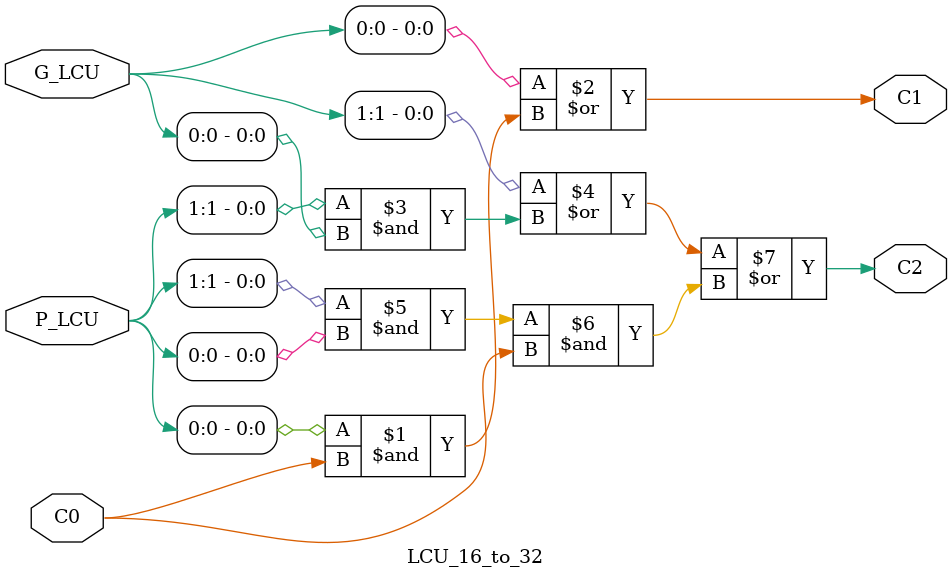
<source format=v>
`timescale 1ns / 1ps

module LCU_16_to_32(input [1:0] P_LCU , input [1:0] G_LCU , input C0 ,  output C1 , output C2);

assign C1 = (G_LCU[0]) | (P_LCU[0] & C0) ;
assign C2 = (G_LCU[1]) | (P_LCU[1] & G_LCU[0]) | (P_LCU[1] & P_LCU[0] & C0) ;

endmodule

</source>
